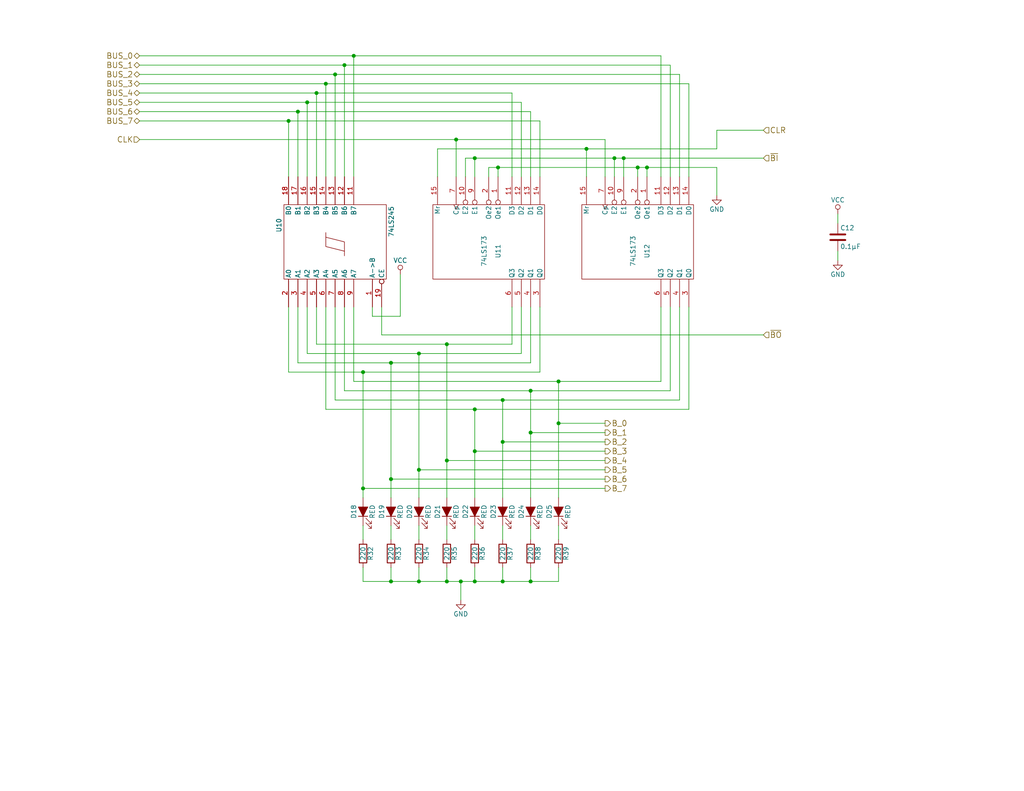
<source format=kicad_sch>
(kicad_sch (version 20231120) (generator "eeschema") (generator_version "8.0")
  (paper "USLetter")
  (lib_symbols
    (symbol "8bit-computer-rescue:74LS173-8bit-computer-rescue" (pin_names (offset 0.254))
      (property "Reference" "U" (at 2.54 2.54 0))
      (property "Value" "8bit-computer-rescue:74LS173" (at 2.54 -1.27 0))
      (symbol "74LS173-8bit-computer-rescue_0_0"
        (pin power_in line (at -7.62 15.24 90) (length 0) hide (name "VCC") (number "16"))
        (pin power_in line (at -7.62 -15.24 90) (length 0) hide (name "GND") (number "8"))
      )
      (symbol "74LS173-8bit-computer-rescue_0_1"
        (rectangle (start -10.16 15.24) (end 10.16 -15.24))
      )
      (symbol "74LS173-8bit-computer-rescue_1_1"
        (pin input inverted (at -17.78 2.54 0) (length 7.62) (name "Oe1") (number "1"))
        (pin input inverted (at -17.78 -6.35 0) (length 7.62) (name "E2") (number "10"))
        (pin input line (at -17.78 6.35 0) (length 7.62) (name "D3") (number "11"))
        (pin input line (at -17.78 8.89 0) (length 7.62) (name "D2") (number "12"))
        (pin input line (at -17.78 11.43 0) (length 7.62) (name "D1") (number "13"))
        (pin input line (at -17.78 13.97 0) (length 7.62) (name "D0") (number "14"))
        (pin input line (at -17.78 -13.97 0) (length 7.62) (name "Mr") (number "15"))
        (pin input inverted (at -17.78 0 0) (length 7.62) (name "Oe2") (number "2"))
        (pin tri_state line (at 17.78 13.97 180) (length 7.62) (name "Q0") (number "3"))
        (pin tri_state line (at 17.78 11.43 180) (length 7.62) (name "Q1") (number "4"))
        (pin tri_state line (at 17.78 8.89 180) (length 7.62) (name "Q2") (number "5"))
        (pin tri_state line (at 17.78 6.35 180) (length 7.62) (name "Q3") (number "6"))
        (pin input clock (at -17.78 -8.89 0) (length 7.62) (name "Cp") (number "7"))
        (pin input inverted (at -17.78 -3.81 0) (length 7.62) (name "E1") (number "9"))
      )
    )
    (symbol "8bit-computer-rescue:74LS245-8bit-computer-rescue" (pin_names (offset 0.254))
      (property "Reference" "U" (at 2.54 14.605 0))
      (property "Value" "8bit-computer-rescue:74LS245" (at 1.27 -14.605 0))
      (symbol "74LS245-8bit-computer-rescue_0_0"
        (pin power_in line (at 0 -13.97 90) (length 0) hide (name "GND") (number "10"))
        (pin power_in line (at 0 13.97 270) (length 0) hide (name "VCC") (number "20"))
      )
      (symbol "74LS245-8bit-computer-rescue_0_1"
        (rectangle (start -10.16 13.97) (end 10.16 -13.97))
        (polyline (pts (xy 1.27 2.54) (xy 0 -2.54) (xy -2.54 -2.54)))
        (polyline (pts (xy 2.54 2.54) (xy -1.27 2.54) (xy -2.54 -2.54) (xy -3.81 -2.54)))
      )
      (symbol "74LS245-8bit-computer-rescue_1_1"
        (pin input line (at -17.78 -10.16 0) (length 7.62) (name "A->B") (number "1"))
        (pin tri_state line (at 17.78 -5.08 180) (length 7.62) (name "B7") (number "11"))
        (pin tri_state line (at 17.78 -2.54 180) (length 7.62) (name "B6") (number "12"))
        (pin tri_state line (at 17.78 0 180) (length 7.62) (name "B5") (number "13"))
        (pin tri_state line (at 17.78 2.54 180) (length 7.62) (name "B4") (number "14"))
        (pin tri_state line (at 17.78 5.08 180) (length 7.62) (name "B3") (number "15"))
        (pin tri_state line (at 17.78 7.62 180) (length 7.62) (name "B2") (number "16"))
        (pin tri_state line (at 17.78 10.16 180) (length 7.62) (name "B1") (number "17"))
        (pin tri_state line (at 17.78 12.7 180) (length 7.62) (name "B0") (number "18"))
        (pin input inverted (at -17.78 -12.7 0) (length 7.62) (name "CE") (number "19"))
        (pin tri_state line (at -17.78 12.7 0) (length 7.62) (name "A0") (number "2"))
        (pin tri_state line (at -17.78 10.16 0) (length 7.62) (name "A1") (number "3"))
        (pin tri_state line (at -17.78 7.62 0) (length 7.62) (name "A2") (number "4"))
        (pin tri_state line (at -17.78 5.08 0) (length 7.62) (name "A3") (number "5"))
        (pin tri_state line (at -17.78 2.54 0) (length 7.62) (name "A4") (number "6"))
        (pin tri_state line (at -17.78 0 0) (length 7.62) (name "A5") (number "7"))
        (pin tri_state line (at -17.78 -2.54 0) (length 7.62) (name "A6") (number "8"))
        (pin tri_state line (at -17.78 -5.08 0) (length 7.62) (name "A7") (number "9"))
      )
    )
    (symbol "8bit-computer-rescue:GND-power" (power) (pin_names (offset 0))
      (property "Value" "power:GND" (at 0 -3.81 0))
      (symbol "GND-power_0_1"
        (polyline (pts (xy 0 0) (xy 0 -1.27) (xy 1.27 -1.27) (xy 0 -2.54) (xy -1.27 -1.27) (xy 0 -1.27)))
      )
      (symbol "GND-power_1_1"
        (pin power_in line (at 0 0 270) (length 0) hide (name "GND") (number "1"))
      )
    )
    (symbol "8bit-computer-rescue:LED_ALT-Device" (pin_numbers hide) (pin_names (offset 1.016) hide)
      (property "Reference" "D" (at 0 2.54 0))
      (property "Value" "Device:LED_ALT" (at 0 -2.54 0))
      (symbol "LED_ALT-Device_0_1"
        (polyline (pts (xy -1.27 -1.27) (xy -1.27 1.27)) (stroke (width 0.2032)))
        (polyline (pts (xy -1.27 0) (xy 1.27 0)))
        (polyline (pts (xy 1.27 -1.27) (xy 1.27 1.27) (xy -1.27 0) (xy 1.27 -1.27)) (stroke (width 0.2032)) (fill (type outline)))
        (polyline (pts (xy -3.048 -0.762) (xy -4.572 -2.286) (xy -3.81 -2.286) (xy -4.572 -2.286) (xy -4.572 -1.524)))
        (polyline (pts (xy -1.778 -0.762) (xy -3.302 -2.286) (xy -2.54 -2.286) (xy -3.302 -2.286) (xy -3.302 -1.524)))
      )
      (symbol "LED_ALT-Device_1_1"
        (pin passive line (at -3.81 0 0) (length 2.54) (name "K") (number "1"))
        (pin passive line (at 3.81 0 180) (length 2.54) (name "A") (number "2"))
      )
    )
    (symbol "8bit-computer-rescue:VCC-power" (power) (pin_names (offset 0))
      (property "Value" "power:VCC" (at 0 3.81 0))
      (symbol "VCC-power_0_1"
        (polyline (pts (xy 0 0) (xy 0 1.27)))
        (circle (center 0 1.905) (radius 0.635))
      )
      (symbol "VCC-power_1_1"
        (pin power_in line (at 0 0 90) (length 0) hide (name "VCC") (number "1"))
      )
    )
    (symbol "Device:C" (pin_numbers hide) (pin_names (offset 0.254))
      (property "Reference" "C" (at 0.635 2.54 0))
      (property "Value" "C" (at 0.635 -2.54 0))
      (symbol "C_0_1"
        (polyline (pts (xy -2.032 -0.762) (xy 2.032 -0.762)) (stroke (width 0.508)))
        (polyline (pts (xy -2.032 0.762) (xy 2.032 0.762)) (stroke (width 0.508)))
      )
      (symbol "C_1_1"
        (pin passive line (at 0 3.81 270) (length 2.794) (name "~") (number "1"))
        (pin passive line (at 0 -3.81 90) (length 2.794) (name "~") (number "2"))
      )
    )
    (symbol "Device:R" (pin_numbers hide) (pin_names (offset 0))
      (property "Reference" "R" (at 2.032 0 90))
      (property "Value" "R" (at 0 0 90))
      (symbol "R_0_1"
        (rectangle (start -1.016 -2.54) (end 1.016 2.54) (stroke (width 0.254)))
      )
      (symbol "R_1_1"
        (pin passive line (at 0 3.81 270) (length 1.27) (name "~") (number "1"))
        (pin passive line (at 0 -3.81 90) (length 1.27) (name "~") (number "2"))
      )
    )
  )
  (junction (at 93.98 17.78))
  (junction (at 152.4 104.14))
  (junction (at 106.68 130.81))
  (junction (at 176.53 45.72))
  (junction (at 86.36 25.4))
  (junction (at 81.28 30.48))
  (junction (at 124.46 38.1))
  (junction (at 160.02 40.64))
  (junction (at 121.92 158.75))
  (junction (at 83.82 27.94))
  (junction (at 125.73 158.75))
  (junction (at 144.78 118.11))
  (junction (at 137.16 109.22))
  (junction (at 152.4 115.57))
  (junction (at 121.92 93.98))
  (junction (at 129.54 43.18))
  (junction (at 137.16 120.65))
  (junction (at 114.3 96.52))
  (junction (at 114.3 128.27))
  (junction (at 173.99 45.72))
  (junction (at 144.78 106.68))
  (junction (at 88.9 22.86))
  (junction (at 96.52 15.24))
  (junction (at 78.74 33.02))
  (junction (at 121.92 125.73))
  (junction (at 137.16 158.75))
  (junction (at 99.06 133.35))
  (junction (at 167.64 43.18))
  (junction (at 135.89 45.72))
  (junction (at 129.54 158.75))
  (junction (at 129.54 111.76))
  (junction (at 129.54 123.19))
  (junction (at 99.06 101.6))
  (junction (at 106.68 158.75))
  (junction (at 144.78 158.75))
  (junction (at 106.68 99.06))
  (junction (at 114.3 158.75))
  (junction (at 170.18 43.18))
  (junction (at 91.44 20.32))
  (wire (pts (xy 187.96 22.86) (xy 187.96 48.26)))
  (wire (pts (xy 38.1 15.24) (xy 96.52 15.24)))
  (wire (pts (xy 129.54 111.76) (xy 129.54 123.19)))
  (wire (pts (xy 78.74 33.02) (xy 78.74 48.26)))
  (wire (pts (xy 125.73 163.83) (xy 125.73 158.75)))
  (wire (pts (xy 176.53 45.72) (xy 195.58 45.72)))
  (wire (pts (xy 129.54 158.75) (xy 137.16 158.75)))
  (wire (pts (xy 124.46 38.1) (xy 124.46 48.26)))
  (wire (pts (xy 139.7 25.4) (xy 139.7 48.26)))
  (wire (pts (xy 101.6 83.82) (xy 101.6 86.36)))
  (wire (pts (xy 129.54 111.76) (xy 187.96 111.76)))
  (wire (pts (xy 144.78 106.68) (xy 182.88 106.68)))
  (wire (pts (xy 38.1 22.86) (xy 88.9 22.86)))
  (wire (pts (xy 101.6 86.36) (xy 109.22 86.36)))
  (wire (pts (xy 96.52 15.24) (xy 96.52 48.26)))
  (wire (pts (xy 165.1 120.65) (xy 137.16 120.65)))
  (wire (pts (xy 88.9 22.86) (xy 88.9 48.26)))
  (wire (pts (xy 99.06 154.94) (xy 99.06 158.75)))
  (wire (pts (xy 78.74 101.6) (xy 99.06 101.6)))
  (wire (pts (xy 106.68 99.06) (xy 106.68 130.81)))
  (wire (pts (xy 144.78 154.94) (xy 144.78 158.75)))
  (wire (pts (xy 88.9 83.82) (xy 88.9 111.76)))
  (wire (pts (xy 176.53 45.72) (xy 176.53 48.26)))
  (wire (pts (xy 81.28 30.48) (xy 81.28 48.26)))
  (wire (pts (xy 147.32 101.6) (xy 147.32 83.82)))
  (wire (pts (xy 38.1 25.4) (xy 86.36 25.4)))
  (wire (pts (xy 83.82 83.82) (xy 83.82 96.52)))
  (wire (pts (xy 129.54 154.94) (xy 129.54 158.75)))
  (wire (pts (xy 38.1 38.1) (xy 124.46 38.1)))
  (wire (pts (xy 88.9 22.86) (xy 187.96 22.86)))
  (wire (pts (xy 228.6 71.12) (xy 228.6 68.58)))
  (wire (pts (xy 104.14 91.44) (xy 208.28 91.44)))
  (wire (pts (xy 127 48.26) (xy 127 43.18)))
  (wire (pts (xy 152.4 115.57) (xy 152.4 135.89)))
  (wire (pts (xy 165.1 130.81) (xy 106.68 130.81)))
  (wire (pts (xy 129.54 123.19) (xy 165.1 123.19)))
  (wire (pts (xy 167.64 43.18) (xy 167.64 48.26)))
  (wire (pts (xy 91.44 109.22) (xy 137.16 109.22)))
  (wire (pts (xy 38.1 17.78) (xy 93.98 17.78)))
  (wire (pts (xy 147.32 33.02) (xy 147.32 48.26)))
  (wire (pts (xy 83.82 96.52) (xy 114.3 96.52)))
  (wire (pts (xy 86.36 83.82) (xy 86.36 93.98)))
  (wire (pts (xy 129.54 43.18) (xy 167.64 43.18)))
  (wire (pts (xy 165.1 118.11) (xy 144.78 118.11)))
  (wire (pts (xy 93.98 17.78) (xy 182.88 17.78)))
  (wire (pts (xy 137.16 158.75) (xy 144.78 158.75)))
  (wire (pts (xy 81.28 83.82) (xy 81.28 99.06)))
  (wire (pts (xy 144.78 106.68) (xy 144.78 118.11)))
  (wire (pts (xy 104.14 83.82) (xy 104.14 91.44)))
  (wire (pts (xy 106.68 99.06) (xy 144.78 99.06)))
  (wire (pts (xy 165.1 133.35) (xy 99.06 133.35)))
  (wire (pts (xy 182.88 106.68) (xy 182.88 83.82)))
  (wire (pts (xy 125.73 158.75) (xy 129.54 158.75)))
  (wire (pts (xy 119.38 40.64) (xy 160.02 40.64)))
  (wire (pts (xy 93.98 17.78) (xy 93.98 48.26)))
  (wire (pts (xy 91.44 20.32) (xy 185.42 20.32)))
  (wire (pts (xy 170.18 43.18) (xy 208.28 43.18)))
  (wire (pts (xy 135.89 45.72) (xy 173.99 45.72)))
  (wire (pts (xy 137.16 154.94) (xy 137.16 158.75)))
  (wire (pts (xy 93.98 83.82) (xy 93.98 106.68)))
  (wire (pts (xy 38.1 33.02) (xy 78.74 33.02)))
  (wire (pts (xy 152.4 104.14) (xy 152.4 115.57)))
  (wire (pts (xy 86.36 25.4) (xy 139.7 25.4)))
  (wire (pts (xy 121.92 93.98) (xy 139.7 93.98)))
  (wire (pts (xy 165.1 128.27) (xy 114.3 128.27)))
  (wire (pts (xy 137.16 120.65) (xy 137.16 135.89)))
  (wire (pts (xy 86.36 93.98) (xy 121.92 93.98)))
  (wire (pts (xy 106.68 154.94) (xy 106.68 158.75)))
  (wire (pts (xy 137.16 109.22) (xy 185.42 109.22)))
  (wire (pts (xy 119.38 48.26) (xy 119.38 40.64)))
  (wire (pts (xy 228.6 60.96) (xy 228.6 58.42)))
  (wire (pts (xy 78.74 33.02) (xy 147.32 33.02)))
  (wire (pts (xy 106.68 158.75) (xy 114.3 158.75)))
  (wire (pts (xy 93.98 106.68) (xy 144.78 106.68)))
  (wire (pts (xy 121.92 154.94) (xy 121.92 158.75)))
  (wire (pts (xy 165.1 125.73) (xy 121.92 125.73)))
  (wire (pts (xy 106.68 143.51) (xy 106.68 147.32)))
  (wire (pts (xy 109.22 86.36) (xy 109.22 74.93)))
  (wire (pts (xy 129.54 143.51) (xy 129.54 147.32)))
  (wire (pts (xy 81.28 30.48) (xy 144.78 30.48)))
  (wire (pts (xy 160.02 40.64) (xy 195.58 40.64)))
  (wire (pts (xy 165.1 38.1) (xy 165.1 48.26)))
  (wire (pts (xy 86.36 48.26) (xy 86.36 25.4)))
  (wire (pts (xy 144.78 30.48) (xy 144.78 48.26)))
  (wire (pts (xy 114.3 158.75) (xy 121.92 158.75)))
  (wire (pts (xy 144.78 118.11) (xy 144.78 135.89)))
  (wire (pts (xy 152.4 143.51) (xy 152.4 147.32)))
  (wire (pts (xy 99.06 133.35) (xy 99.06 135.89)))
  (wire (pts (xy 114.3 96.52) (xy 142.24 96.52)))
  (wire (pts (xy 114.3 143.51) (xy 114.3 147.32)))
  (wire (pts (xy 144.78 143.51) (xy 144.78 147.32)))
  (wire (pts (xy 142.24 27.94) (xy 142.24 48.26)))
  (wire (pts (xy 114.3 154.94) (xy 114.3 158.75)))
  (wire (pts (xy 139.7 93.98) (xy 139.7 83.82)))
  (wire (pts (xy 124.46 38.1) (xy 165.1 38.1)))
  (wire (pts (xy 173.99 45.72) (xy 173.99 48.26)))
  (wire (pts (xy 160.02 40.64) (xy 160.02 48.26)))
  (wire (pts (xy 137.16 143.51) (xy 137.16 147.32)))
  (wire (pts (xy 106.68 130.81) (xy 106.68 135.89)))
  (wire (pts (xy 81.28 99.06) (xy 106.68 99.06)))
  (wire (pts (xy 96.52 104.14) (xy 152.4 104.14)))
  (wire (pts (xy 38.1 27.94) (xy 83.82 27.94)))
  (wire (pts (xy 129.54 123.19) (xy 129.54 135.89)))
  (wire (pts (xy 195.58 45.72) (xy 195.58 53.34)))
  (wire (pts (xy 99.06 101.6) (xy 99.06 133.35)))
  (wire (pts (xy 121.92 143.51) (xy 121.92 147.32)))
  (wire (pts (xy 99.06 158.75) (xy 106.68 158.75)))
  (wire (pts (xy 195.58 40.64) (xy 195.58 35.56)))
  (wire (pts (xy 99.06 143.51) (xy 99.06 147.32)))
  (wire (pts (xy 99.06 101.6) (xy 147.32 101.6)))
  (wire (pts (xy 83.82 27.94) (xy 142.24 27.94)))
  (wire (pts (xy 185.42 20.32) (xy 185.42 48.26)))
  (wire (pts (xy 170.18 43.18) (xy 170.18 48.26)))
  (wire (pts (xy 121.92 158.75) (xy 125.73 158.75)))
  (wire (pts (xy 180.34 104.14) (xy 180.34 83.82)))
  (wire (pts (xy 121.92 93.98) (xy 121.92 125.73)))
  (wire (pts (xy 167.64 43.18) (xy 170.18 43.18)))
  (wire (pts (xy 133.35 45.72) (xy 135.89 45.72)))
  (wire (pts (xy 187.96 111.76) (xy 187.96 83.82)))
  (wire (pts (xy 142.24 96.52) (xy 142.24 83.82)))
  (wire (pts (xy 121.92 125.73) (xy 121.92 135.89)))
  (wire (pts (xy 96.52 83.82) (xy 96.52 104.14)))
  (wire (pts (xy 195.58 35.56) (xy 208.28 35.56)))
  (wire (pts (xy 91.44 20.32) (xy 91.44 48.26)))
  (wire (pts (xy 180.34 15.24) (xy 180.34 48.26)))
  (wire (pts (xy 144.78 99.06) (xy 144.78 83.82)))
  (wire (pts (xy 135.89 45.72) (xy 135.89 48.26)))
  (wire (pts (xy 78.74 83.82) (xy 78.74 101.6)))
  (wire (pts (xy 133.35 48.26) (xy 133.35 45.72)))
  (wire (pts (xy 165.1 115.57) (xy 152.4 115.57)))
  (wire (pts (xy 173.99 45.72) (xy 176.53 45.72)))
  (wire (pts (xy 137.16 109.22) (xy 137.16 120.65)))
  (wire (pts (xy 83.82 27.94) (xy 83.82 48.26)))
  (wire (pts (xy 127 43.18) (xy 129.54 43.18)))
  (wire (pts (xy 129.54 43.18) (xy 129.54 48.26)))
  (wire (pts (xy 88.9 111.76) (xy 129.54 111.76)))
  (wire (pts (xy 96.52 15.24) (xy 180.34 15.24)))
  (wire (pts (xy 144.78 158.75) (xy 152.4 158.75)))
  (wire (pts (xy 185.42 109.22) (xy 185.42 83.82)))
  (wire (pts (xy 182.88 17.78) (xy 182.88 48.26)))
  (wire (pts (xy 152.4 158.75) (xy 152.4 154.94)))
  (wire (pts (xy 91.44 83.82) (xy 91.44 109.22)))
  (wire (pts (xy 114.3 128.27) (xy 114.3 135.89)))
  (wire (pts (xy 38.1 20.32) (xy 91.44 20.32)))
  (wire (pts (xy 38.1 30.48) (xy 81.28 30.48)))
  (wire (pts (xy 152.4 104.14) (xy 180.34 104.14)))
  (wire (pts (xy 114.3 96.52) (xy 114.3 128.27)))
  (hierarchical_label "BUS_0" (shape bidirectional) (at 38.1 15.24 180) (effects (font (size 1.524 1.524))))
  (hierarchical_label "CLK" (shape input) (at 38.1 38.1 180) (effects (font (size 1.524 1.524))))
  (hierarchical_label "BUS_7" (shape bidirectional) (at 38.1 33.02 180) (effects (font (size 1.524 1.524))))
  (hierarchical_label "CLR" (shape input) (at 208.28 35.56 0) (effects (font (size 1.524 1.524))))
  (hierarchical_label "B_1" (shape output) (at 165.1 118.11 0) (effects (font (size 1.524 1.524))))
  (hierarchical_label "~{BI}" (shape input) (at 208.28 43.18 0) (effects (font (size 1.524 1.524))))
  (hierarchical_label "B_0" (shape output) (at 165.1 115.57 0) (effects (font (size 1.524 1.524))))
  (hierarchical_label "BUS_4" (shape bidirectional) (at 38.1 25.4 180) (effects (font (size 1.524 1.524))))
  (hierarchical_label "~{BO}" (shape input) (at 208.28 91.44 0) (effects (font (size 1.524 1.524))))
  (hierarchical_label "BUS_2" (shape bidirectional) (at 38.1 20.32 180) (effects (font (size 1.524 1.524))))
  (hierarchical_label "B_4" (shape output) (at 165.1 125.73 0) (effects (font (size 1.524 1.524))))
  (hierarchical_label "BUS_5" (shape bidirectional) (at 38.1 27.94 180) (effects (font (size 1.524 1.524))))
  (hierarchical_label "BUS_6" (shape bidirectional) (at 38.1 30.48 180) (effects (font (size 1.524 1.524))))
  (hierarchical_label "B_2" (shape output) (at 165.1 120.65 0) (effects (font (size 1.524 1.524))))
  (hierarchical_label "B_6" (shape output) (at 165.1 130.81 0) (effects (font (size 1.524 1.524))))
  (hierarchical_label "B_3" (shape output) (at 165.1 123.19 0) (effects (font (size 1.524 1.524))))
  (hierarchical_label "B_7" (shape output) (at 165.1 133.35 0) (effects (font (size 1.524 1.524))))
  (hierarchical_label "BUS_1" (shape bidirectional) (at 38.1 17.78 180) (effects (font (size 1.524 1.524))))
  (hierarchical_label "BUS_3" (shape bidirectional) (at 38.1 22.86 180) (effects (font (size 1.524 1.524))))
  (hierarchical_label "B_5" (shape output) (at 165.1 128.27 0) (effects (font (size 1.524 1.524))))
  (symbol (lib_id "8bit-computer-rescue:74LS173-8bit-computer-rescue") (at 173.99 66.04 270) (unit 1)
    (property "Reference" "U12" (at 176.53 68.58 0))
    (property "Value" "74LS173" (at 172.72 68.58 0))
    (property "Footprint" "Package_DIP:DIP-16_W7.62mm" (effects (hide yes)))
  )
  (symbol (lib_id "8bit-computer-rescue:74LS245-8bit-computer-rescue") (at 91.44 66.04 90) (unit 1)
    (property "Reference" "U10" (at 76.835 63.5 0) (effects (justify left bottom)))
    (property "Value" "74LS245" (at 106.045 64.77 0) (effects (justify left top)))
    (property "Footprint" "Package_DIP:DIP-20_W7.62mm" (effects (hide yes)))
  )
  (symbol (lib_id "8bit-computer-rescue:LED_ALT-Device") (at 106.68 139.7 90) (unit 1)
    (property "Reference" "D19" (at 104.14 139.7 0))
    (property "Value" "RED" (at 109.22 139.7 0))
    (property "Footprint" "LED_THT:LED_D5.0mm" (effects (hide yes)))
  )
  (symbol (lib_id "Device:R") (at 99.06 151.13 0) (unit 1)
    (property "Reference" "R32" (at 101.092 151.13 90))
    (property "Value" "220" (at 99.06 151.13 90))
    (property "Footprint" "Resistor_THT:R_Axial_DIN0207_L6.3mm_D2.5mm_P7.62mm_Horizontal" (effects (hide yes)))
  )
  (symbol (lib_id "Device:R") (at 106.68 151.13 0) (unit 1)
    (property "Reference" "R33" (at 108.712 151.13 90))
    (property "Value" "220" (at 106.68 151.13 90))
    (property "Footprint" "Resistor_THT:R_Axial_DIN0207_L6.3mm_D2.5mm_P7.62mm_Horizontal" (effects (hide yes)))
  )
  (symbol (lib_id "Device:R") (at 144.78 151.13 0) (unit 1)
    (property "Reference" "R38" (at 146.812 151.13 90))
    (property "Value" "220" (at 144.78 151.13 90))
    (property "Footprint" "Resistor_THT:R_Axial_DIN0207_L6.3mm_D2.5mm_P7.62mm_Horizontal" (effects (hide yes)))
  )
  (symbol (lib_id "8bit-computer-rescue:GND-power") (at 125.73 163.83 0) (unit 1)
    (property "Reference" "#PWR019" (effects (hide yes)))
    (property "Value" "GND" (at 125.73 167.64 0))
  )
  (symbol (lib_id "8bit-computer-rescue:GND-power") (at 195.58 53.34 0) (unit 1)
    (property "Reference" "#PWR021" (effects (hide yes)))
    (property "Value" "GND" (at 195.58 57.15 0))
  )
  (symbol (lib_id "8bit-computer-rescue:74LS173-8bit-computer-rescue") (at 133.35 66.04 270) (unit 1)
    (property "Reference" "U11" (at 135.89 68.58 0))
    (property "Value" "74LS173" (at 132.08 68.58 0))
    (property "Footprint" "Package_DIP:DIP-16_W7.62mm" (effects (hide yes)))
  )
  (symbol (lib_id "8bit-computer-rescue:LED_ALT-Device") (at 99.06 139.7 90) (unit 1)
    (property "Reference" "D18" (at 96.52 139.7 0))
    (property "Value" "RED" (at 101.6 139.7 0))
    (property "Footprint" "LED_THT:LED_D5.0mm" (effects (hide yes)))
  )
  (symbol (lib_id "8bit-computer-rescue:LED_ALT-Device") (at 114.3 139.7 90) (unit 1)
    (property "Reference" "D20" (at 111.76 139.7 0))
    (property "Value" "RED" (at 116.84 139.7 0))
    (property "Footprint" "LED_THT:LED_D5.0mm" (effects (hide yes)))
  )
  (symbol (lib_id "8bit-computer-rescue:LED_ALT-Device") (at 121.92 139.7 90) (unit 1)
    (property "Reference" "D21" (at 119.38 139.7 0))
    (property "Value" "RED" (at 124.46 139.7 0))
    (property "Footprint" "LED_THT:LED_D5.0mm" (effects (hide yes)))
  )
  (symbol (lib_id "8bit-computer-rescue:LED_ALT-Device") (at 129.54 139.7 90) (unit 1)
    (property "Reference" "D22" (at 127 139.7 0))
    (property "Value" "RED" (at 132.08 139.7 0))
    (property "Footprint" "LED_THT:LED_D5.0mm" (effects (hide yes)))
  )
  (symbol (lib_id "8bit-computer-rescue:LED_ALT-Device") (at 137.16 139.7 90) (unit 1)
    (property "Reference" "D23" (at 134.62 139.7 0))
    (property "Value" "RED" (at 139.7 139.7 0))
    (property "Footprint" "LED_THT:LED_D5.0mm" (effects (hide yes)))
  )
  (symbol (lib_id "8bit-computer-rescue:LED_ALT-Device") (at 144.78 139.7 90) (unit 1)
    (property "Reference" "D24" (at 142.24 139.7 0))
    (property "Value" "RED" (at 147.32 139.7 0))
    (property "Footprint" "LED_THT:LED_D5.0mm" (effects (hide yes)))
  )
  (symbol (lib_id "8bit-computer-rescue:LED_ALT-Device") (at 152.4 139.7 90) (unit 1)
    (property "Reference" "D25" (at 149.86 139.7 0))
    (property "Value" "RED" (at 154.94 139.7 0))
    (property "Footprint" "LED_THT:LED_D5.0mm" (effects (hide yes)))
  )
  (symbol (lib_id "Device:R") (at 114.3 151.13 0) (unit 1)
    (property "Reference" "R34" (at 116.332 151.13 90))
    (property "Value" "220" (at 114.3 151.13 90))
    (property "Footprint" "Resistor_THT:R_Axial_DIN0207_L6.3mm_D2.5mm_P7.62mm_Horizontal" (effects (hide yes)))
  )
  (symbol (lib_id "Device:R") (at 121.92 151.13 0) (unit 1)
    (property "Reference" "R35" (at 123.952 151.13 90))
    (property "Value" "220" (at 121.92 151.13 90))
    (property "Footprint" "Resistor_THT:R_Axial_DIN0207_L6.3mm_D2.5mm_P7.62mm_Horizontal" (effects (hide yes)))
  )
  (symbol (lib_id "Device:R") (at 129.54 151.13 0) (unit 1)
    (property "Reference" "R36" (at 131.572 151.13 90))
    (property "Value" "220" (at 129.54 151.13 90))
    (property "Footprint" "Resistor_THT:R_Axial_DIN0207_L6.3mm_D2.5mm_P7.62mm_Horizontal" (effects (hide yes)))
  )
  (symbol (lib_id "Device:R") (at 137.16 151.13 0) (unit 1)
    (property "Reference" "R37" (at 139.192 151.13 90))
    (property "Value" "220" (at 137.16 151.13 90))
    (property "Footprint" "Resistor_THT:R_Axial_DIN0207_L6.3mm_D2.5mm_P7.62mm_Horizontal" (effects (hide yes)))
  )
  (symbol (lib_id "Device:R") (at 152.4 151.13 0) (unit 1)
    (property "Reference" "R39" (at 154.432 151.13 90))
    (property "Value" "220" (at 152.4 151.13 90))
    (property "Footprint" "Resistor_THT:R_Axial_DIN0207_L6.3mm_D2.5mm_P7.62mm_Horizontal" (effects (hide yes)))
  )
  (symbol (lib_id "8bit-computer-rescue:VCC-power") (at 109.22 74.93 0) (unit 1)
    (property "Reference" "#PWR020" (effects (hide yes)))
    (property "Value" "VCC" (at 109.22 71.12 0))
  )
  (symbol (lib_id "Device:C") (at 228.6 64.77 0) (unit 1)
    (property "Reference" "C12" (at 229.235 62.23 0) (effects (justify left)))
    (property "Value" "0.1µF" (at 229.235 67.31 0) (effects (justify left)))
    (property "Footprint" "Capacitor_THT:C_Disc_D4.3mm_W1.9mm_P5.00mm" (effects (hide yes)))
  )
  (symbol (lib_id "8bit-computer-rescue:VCC-power") (at 228.6 58.42 0) (unit 1)
    (property "Reference" "#PWR022" (effects (hide yes)))
    (property "Value" "VCC" (at 228.6 54.61 0))
  )
  (symbol (lib_id "8bit-computer-rescue:GND-power") (at 228.6 71.12 0) (unit 1)
    (property "Reference" "#PWR023" (effects (hide yes)))
    (property "Value" "GND" (at 228.6 74.93 0))
  )
)
</source>
